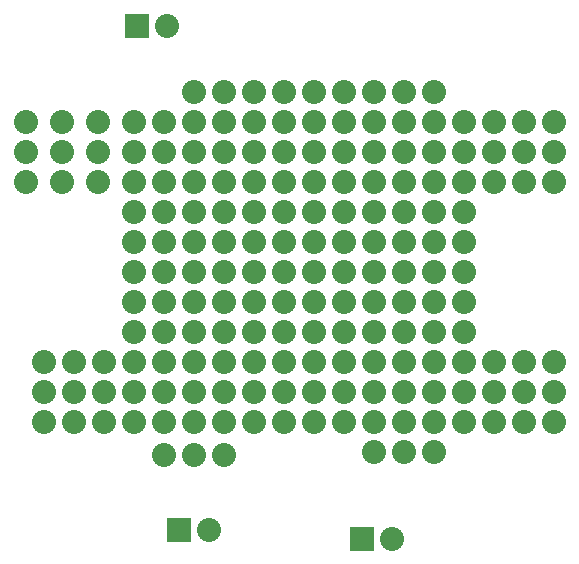
<source format=gbs>
G04 #@! TF.FileFunction,Soldermask,Bot*
%FSLAX46Y46*%
G04 Gerber Fmt 4.6, Leading zero omitted, Abs format (unit mm)*
G04 Created by KiCad (PCBNEW (2016-03-07 BZR 6612)-product) date Sunday, 29 May 2016 'pmt' 22:31:48*
%MOMM*%
G01*
G04 APERTURE LIST*
%ADD10C,0.100000*%
%ADD11R,2.032000X2.032000*%
%ADD12O,2.032000X2.032000*%
%ADD13C,2.032000*%
G04 APERTURE END LIST*
D10*
D11*
X80264000Y-97536000D03*
D12*
X82804000Y-97536000D03*
D11*
X61214000Y-54102000D03*
D12*
X63754000Y-54102000D03*
D11*
X64770000Y-96774000D03*
D12*
X67310000Y-96774000D03*
D13*
X51816000Y-62230000D03*
X51816000Y-64770000D03*
X51816000Y-67310000D03*
X53340000Y-82550000D03*
X53340000Y-85090000D03*
X53340000Y-87630000D03*
X54864000Y-62230000D03*
X54864000Y-64770000D03*
X54864000Y-67310000D03*
X57912000Y-62230000D03*
X57912000Y-64770000D03*
X57912000Y-67310000D03*
X55880000Y-82550000D03*
X55880000Y-85090000D03*
X55880000Y-87630000D03*
X58420000Y-82550000D03*
X58420000Y-85090000D03*
X58420000Y-87630000D03*
X91440000Y-62230000D03*
X91440000Y-64770000D03*
X91440000Y-67310000D03*
X91440000Y-82550000D03*
X91440000Y-85090000D03*
X91440000Y-87630000D03*
X81280000Y-59690000D03*
X83820000Y-59690000D03*
X86360000Y-59690000D03*
X93980000Y-62230000D03*
X93980000Y-64770000D03*
X93980000Y-67310000D03*
X96520000Y-62230000D03*
X96520000Y-64770000D03*
X96520000Y-67310000D03*
X93980000Y-82550000D03*
X93980000Y-85090000D03*
X93980000Y-87630000D03*
X96520000Y-82550000D03*
X96520000Y-85090000D03*
X96520000Y-87630000D03*
X73660000Y-59690000D03*
X76200000Y-59690000D03*
X78740000Y-59690000D03*
X66040000Y-59690000D03*
X68580000Y-59690000D03*
X71120000Y-59690000D03*
X81280000Y-90170000D03*
X83820000Y-90170000D03*
X86360000Y-90170000D03*
X63500000Y-90424000D03*
X66040000Y-90424000D03*
X68580000Y-90424000D03*
X60960000Y-87630000D03*
X63500000Y-87630000D03*
X66040000Y-87630000D03*
X68580000Y-87630000D03*
X71120000Y-87630000D03*
X73660000Y-87630000D03*
X76200000Y-87630000D03*
X78740000Y-87630000D03*
X81280000Y-87630000D03*
X83820000Y-87630000D03*
X86360000Y-87630000D03*
X88900000Y-87630000D03*
X60960000Y-67310000D03*
X63500000Y-67310000D03*
X66040000Y-67310000D03*
X68580000Y-67310000D03*
X71120000Y-67310000D03*
X73660000Y-67310000D03*
X76200000Y-67310000D03*
X78740000Y-67310000D03*
X81280000Y-67310000D03*
X83820000Y-67310000D03*
X86360000Y-67310000D03*
X88900000Y-67310000D03*
X60960000Y-74930000D03*
X63500000Y-74930000D03*
X66040000Y-74930000D03*
X68580000Y-74930000D03*
X71120000Y-74930000D03*
X73660000Y-74930000D03*
X76200000Y-74930000D03*
X78740000Y-74930000D03*
X81280000Y-74930000D03*
X83820000Y-74930000D03*
X86360000Y-74930000D03*
X88900000Y-74930000D03*
X60960000Y-64770000D03*
X63500000Y-64770000D03*
X66040000Y-64770000D03*
X68580000Y-64770000D03*
X71120000Y-64770000D03*
X73660000Y-64770000D03*
X76200000Y-64770000D03*
X78740000Y-64770000D03*
X81280000Y-64770000D03*
X83820000Y-64770000D03*
X86360000Y-64770000D03*
X88900000Y-64770000D03*
X60960000Y-62230000D03*
X63500000Y-62230000D03*
X66040000Y-62230000D03*
X68580000Y-62230000D03*
X71120000Y-62230000D03*
X73660000Y-62230000D03*
X76200000Y-62230000D03*
X78740000Y-62230000D03*
X81280000Y-62230000D03*
X83820000Y-62230000D03*
X86360000Y-62230000D03*
X88900000Y-62230000D03*
X60960000Y-69850000D03*
X63500000Y-69850000D03*
X66040000Y-69850000D03*
X68580000Y-69850000D03*
X71120000Y-69850000D03*
X73660000Y-69850000D03*
X76200000Y-69850000D03*
X78740000Y-69850000D03*
X81280000Y-69850000D03*
X83820000Y-69850000D03*
X86360000Y-69850000D03*
X88900000Y-69850000D03*
X60960000Y-72390000D03*
X63500000Y-72390000D03*
X66040000Y-72390000D03*
X68580000Y-72390000D03*
X71120000Y-72390000D03*
X73660000Y-72390000D03*
X76200000Y-72390000D03*
X78740000Y-72390000D03*
X81280000Y-72390000D03*
X83820000Y-72390000D03*
X86360000Y-72390000D03*
X88900000Y-72390000D03*
X60960000Y-77470000D03*
X63500000Y-77470000D03*
X66040000Y-77470000D03*
X68580000Y-77470000D03*
X71120000Y-77470000D03*
X73660000Y-77470000D03*
X76200000Y-77470000D03*
X78740000Y-77470000D03*
X81280000Y-77470000D03*
X83820000Y-77470000D03*
X86360000Y-77470000D03*
X88900000Y-77470000D03*
X60960000Y-80010000D03*
X63500000Y-80010000D03*
X66040000Y-80010000D03*
X68580000Y-80010000D03*
X71120000Y-80010000D03*
X73660000Y-80010000D03*
X76200000Y-80010000D03*
X78740000Y-80010000D03*
X81280000Y-80010000D03*
X83820000Y-80010000D03*
X86360000Y-80010000D03*
X88900000Y-80010000D03*
X60960000Y-82550000D03*
X63500000Y-82550000D03*
X66040000Y-82550000D03*
X68580000Y-82550000D03*
X71120000Y-82550000D03*
X73660000Y-82550000D03*
X76200000Y-82550000D03*
X78740000Y-82550000D03*
X81280000Y-82550000D03*
X83820000Y-82550000D03*
X86360000Y-82550000D03*
X88900000Y-82550000D03*
X60960000Y-85090000D03*
X63500000Y-85090000D03*
X66040000Y-85090000D03*
X68580000Y-85090000D03*
X71120000Y-85090000D03*
X73660000Y-85090000D03*
X76200000Y-85090000D03*
X78740000Y-85090000D03*
X81280000Y-85090000D03*
X83820000Y-85090000D03*
X86360000Y-85090000D03*
X88900000Y-85090000D03*
M02*

</source>
